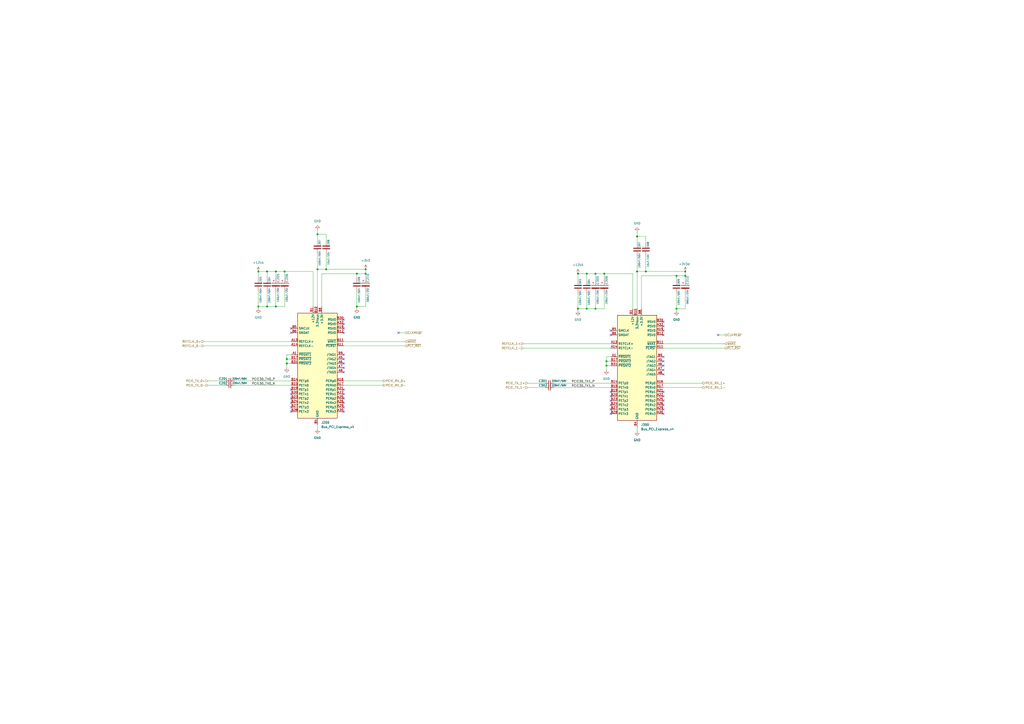
<source format=kicad_sch>
(kicad_sch (version 20231120) (generator "eeschema") (generator_version "8.0")
  (paper "A2")
  (title_block (title "nvme Carrier for LattePanda Mu") (date "2024-05-24") (rev "V1.0.6"))
  (lib_symbols
    (symbol "Bus_PCI_Express_x4_1"
      (property "Reference" "J200" (at 2.1941 -31.75 0))
      (property "Value" "Bus_PCI_Express_x4" (at 2.1941 -34.29 0))
      (symbol "Bus_PCI_Express_x4_1_0_1"
        (rectangle (start -11.43 31.75) (end 11.43 -29.21) (stroke (width 0.254)) (fill (type background)))
      )
      (symbol "Bus_PCI_Express_x4_1_1_1"
        (pin passive line (at -15.24 7.62 0) (length 3.81) (name "~{PRSNT1}") (number "A1"))
        (pin passive line (at 2.54 35.56 270) (length 3.81) hide (name "+3.3V") (number "A10"))
        (pin input line (at 15.24 12.7 180) (length 3.81) (name "~{PERST}") (number "A11"))
        (pin passive line (at 0 -33.02 90) (length 3.81) hide (name "GND") (number "A12"))
        (pin input line (at -15.24 15.24 0) (length 3.81) (name "REFCLK+") (number "A13"))
        (pin input line (at -15.24 12.7 0) (length 3.81) (name "REFCLK-") (number "A14"))
        (pin passive line (at 0 -33.02 90) (length 3.81) hide (name "GND") (number "A15"))
        (pin output line (at 15.24 -7.62 180) (length 3.81) (name "PERp0") (number "A16"))
        (pin output line (at 15.24 -10.16 180) (length 3.81) (name "PERn0") (number "A17"))
        (pin passive line (at 0 -33.02 90) (length 3.81) hide (name "GND") (number "A18"))
        (pin passive line (at 15.24 22.86 180) (length 3.81) (name "RSVD") (number "A19"))
        (pin passive line (at -2.54 35.56 270) (length 3.81) hide (name "+12V") (number "A2"))
        (pin passive line (at 0 -33.02 90) (length 3.81) hide (name "GND") (number "A20"))
        (pin output line (at 15.24 -12.7 180) (length 3.81) (name "PERp1") (number "A21"))
        (pin output line (at 15.24 -15.24 180) (length 3.81) (name "PERn1") (number "A22"))
        (pin passive line (at 0 -33.02 90) (length 3.81) hide (name "GND") (number "A23"))
        (pin passive line (at 0 -33.02 90) (length 3.81) hide (name "GND") (number "A24"))
        (pin output line (at 15.24 -17.78 180) (length 3.81) (name "PERp2") (number "A25"))
        (pin output line (at 15.24 -20.32 180) (length 3.81) (name "PERn2") (number "A26"))
        (pin passive line (at 0 -33.02 90) (length 3.81) hide (name "GND") (number "A27"))
        (pin passive line (at 0 -33.02 90) (length 3.81) hide (name "GND") (number "A28"))
        (pin output line (at 15.24 -22.86 180) (length 3.81) (name "PERp3") (number "A29"))
        (pin passive line (at -2.54 35.56 270) (length 3.81) hide (name "+12V") (number "A3"))
        (pin output line (at 15.24 -25.4 180) (length 3.81) (name "PERn3") (number "A30"))
        (pin passive line (at 0 -33.02 90) (length 3.81) hide (name "GND") (number "A31"))
        (pin passive line (at 15.24 25.4 180) (length 3.81) (name "RSVD") (number "A32"))
        (pin passive line (at 0 -33.02 90) (length 3.81) hide (name "GND") (number "A4"))
        (pin input line (at 15.24 5.08 180) (length 3.81) (name "JTAG2") (number "A5"))
        (pin input line (at 15.24 2.54 180) (length 3.81) (name "JTAG3") (number "A6"))
        (pin output line (at 15.24 0 180) (length 3.81) (name "JTAG4") (number "A7"))
        (pin input line (at 15.24 -2.54 180) (length 3.81) (name "JTAG5") (number "A8"))
        (pin passive line (at 2.54 35.56 270) (length 3.81) hide (name "+3.3V") (number "A9"))
        (pin power_in line (at -2.54 35.56 270) (length 3.81) (name "+12V") (number "B1"))
        (pin power_in line (at 0 35.56 270) (length 3.81) (name "3.3Vaux") (number "B10"))
        (pin open_collector line (at 15.24 15.24 180) (length 3.81) (name "~{WAKE}") (number "B11"))
        (pin passive line (at 15.24 20.32 180) (length 3.81) (name "RSVD") (number "B12"))
        (pin passive line (at 0 -33.02 90) (length 3.81) hide (name "GND") (number "B13"))
        (pin input line (at -15.24 -7.62 0) (length 3.81) (name "PETp0") (number "B14"))
        (pin input line (at -15.24 -10.16 0) (length 3.81) (name "PETn0") (number "B15"))
        (pin passive line (at 0 -33.02 90) (length 3.81) hide (name "GND") (number "B16"))
        (pin passive line (at -15.24 5.08 0) (length 3.81) (name "~{PRSNT2}") (number "B17"))
        (pin passive line (at 0 -33.02 90) (length 3.81) hide (name "GND") (number "B18"))
        (pin input line (at -15.24 -12.7 0) (length 3.81) (name "PETp1") (number "B19"))
        (pin passive line (at -2.54 35.56 270) (length 3.81) hide (name "+12V") (number "B2"))
        (pin input line (at -15.24 -15.24 0) (length 3.81) (name "PETn1") (number "B20"))
        (pin passive line (at 0 -33.02 90) (length 3.81) hide (name "GND") (number "B21"))
        (pin passive line (at 0 -33.02 90) (length 3.81) hide (name "GND") (number "B22"))
        (pin input line (at -15.24 -17.78 0) (length 3.81) (name "PETp2") (number "B23"))
        (pin input line (at -15.24 -20.32 0) (length 3.81) (name "PETn2") (number "B24"))
        (pin passive line (at 0 -33.02 90) (length 3.81) hide (name "GND") (number "B25"))
        (pin passive line (at 0 -33.02 90) (length 3.81) hide (name "GND") (number "B26"))
        (pin input line (at -15.24 -22.86 0) (length 3.81) (name "PETp3") (number "B27"))
        (pin input line (at -15.24 -25.4 0) (length 3.81) (name "PETn3") (number "B28"))
        (pin passive line (at 0 -33.02 90) (length 3.81) hide (name "GND") (number "B29"))
        (pin passive line (at -2.54 35.56 270) (length 3.81) hide (name "+12V") (number "B3"))
        (pin passive line (at 15.24 27.94 180) (length 3.81) (name "RSVD") (number "B30"))
        (pin passive line (at -15.24 2.54 0) (length 3.81) (name "~{PRSNT2}") (number "B31"))
        (pin passive line (at 0 -33.02 90) (length 3.81) hide (name "GND") (number "B32"))
        (pin power_in line (at 0 -33.02 90) (length 3.81) (name "GND") (number "B4"))
        (pin input line (at -15.24 22.86 0) (length 3.81) (name "SMCLK") (number "B5"))
        (pin bidirectional line (at -15.24 20.32 0) (length 3.81) (name "SMDAT") (number "B6"))
        (pin passive line (at 0 -33.02 90) (length 3.81) hide (name "GND") (number "B7"))
        (pin power_in line (at 2.54 35.56 270) (length 3.81) (name "+3.3V") (number "B8"))
        (pin input line (at 15.24 7.62 180) (length 3.81) (name "JTAG1") (number "B9"))
      )
    )
    (symbol "Connector:Bus_PCI_Express_x4"
      (property "Reference" "J" (at -8.89 33.02 0))
      (property "Value" "Bus_PCI_Express_x4" (at 12.7 33.02 0))
      (symbol "Bus_PCI_Express_x4_0_1"
        (rectangle (start -11.43 31.75) (end 11.43 -29.21) (stroke (width 0.254)) (fill (type background)))
      )
      (symbol "Bus_PCI_Express_x4_1_1"
        (pin passive line (at -15.24 7.62 0) (length 3.81) (name "~{PRSNT1}") (number "A1"))
        (pin passive line (at 2.54 35.56 270) (length 3.81) hide (name "+3.3V") (number "A10"))
        (pin input line (at 15.24 12.7 180) (length 3.81) (name "~{PERST}") (number "A11"))
        (pin passive line (at 0 -33.02 90) (length 3.81) hide (name "GND") (number "A12"))
        (pin input line (at -15.24 15.24 0) (length 3.81) (name "REFCLK+") (number "A13"))
        (pin input line (at -15.24 12.7 0) (length 3.81) (name "REFCLK-") (number "A14"))
        (pin passive line (at 0 -33.02 90) (length 3.81) hide (name "GND") (number "A15"))
        (pin output line (at 15.24 -7.62 180) (length 3.81) (name "PERp0") (number "A16"))
        (pin output line (at 15.24 -10.16 180) (length 3.81) (name "PERn0") (number "A17"))
        (pin passive line (at 0 -33.02 90) (length 3.81) hide (name "GND") (number "A18"))
        (pin passive line (at 15.24 22.86 180) (length 3.81) (name "RSVD") (number "A19"))
        (pin passive line (at -2.54 35.56 270) (length 3.81) hide (name "+12V") (number "A2"))
        (pin passive line (at 0 -33.02 90) (length 3.81) hide (name "GND") (number "A20"))
        (pin output line (at 15.24 -12.7 180) (length 3.81) (name "PERp1") (number "A21"))
        (pin output line (at 15.24 -15.24 180) (length 3.81) (name "PERn1") (number "A22"))
        (pin passive line (at 0 -33.02 90) (length 3.81) hide (name "GND") (number "A23"))
        (pin passive line (at 0 -33.02 90) (length 3.81) hide (name "GND") (number "A24"))
        (pin output line (at 15.24 -17.78 180) (length 3.81) (name "PERp2") (number "A25"))
        (pin output line (at 15.24 -20.32 180) (length 3.81) (name "PERn2") (number "A26"))
        (pin passive line (at 0 -33.02 90) (length 3.81) hide (name "GND") (number "A27"))
        (pin passive line (at 0 -33.02 90) (length 3.81) hide (name "GND") (number "A28"))
        (pin output line (at 15.24 -22.86 180) (length 3.81) (name "PERp3") (number "A29"))
        (pin passive line (at -2.54 35.56 270) (length 3.81) hide (name "+12V") (number "A3"))
        (pin output line (at 15.24 -25.4 180) (length 3.81) (name "PERn3") (number "A30"))
        (pin passive line (at 0 -33.02 90) (length 3.81) hide (name "GND") (number "A31"))
        (pin passive line (at 15.24 25.4 180) (length 3.81) (name "RSVD") (number "A32"))
        (pin passive line (at 0 -33.02 90) (length 3.81) hide (name "GND") (number "A4"))
        (pin input line (at 15.24 5.08 180) (length 3.81) (name "JTAG2") (number "A5"))
        (pin input line (at 15.24 2.54 180) (length 3.81) (name "JTAG3") (number "A6"))
        (pin output line (at 15.24 0 180) (length 3.81) (name "JTAG4") (number "A7"))
        (pin input line (at 15.24 -2.54 180) (length 3.81) (name "JTAG5") (number "A8"))
        (pin passive line (at 2.54 35.56 270) (length 3.81) hide (name "+3.3V") (number "A9"))
        (pin power_in line (at -2.54 35.56 270) (length 3.81) (name "+12V") (number "B1"))
        (pin power_in line (at 0 35.56 270) (length 3.81) (name "3.3Vaux") (number "B10"))
        (pin open_collector line (at 15.24 15.24 180) (length 3.81) (name "~{WAKE}") (number "B11"))
        (pin passive line (at 15.24 20.32 180) (length 3.81) (name "RSVD") (number "B12"))
        (pin passive line (at 0 -33.02 90) (length 3.81) hide (name "GND") (number "B13"))
        (pin input line (at -15.24 -7.62 0) (length 3.81) (name "PETp0") (number "B14"))
        (pin input line (at -15.24 -10.16 0) (length 3.81) (name "PETn0") (number "B15"))
        (pin passive line (at 0 -33.02 90) (length 3.81) hide (name "GND") (number "B16"))
        (pin passive line (at -15.24 5.08 0) (length 3.81) (name "~{PRSNT2}") (number "B17"))
        (pin passive line (at 0 -33.02 90) (length 3.81) hide (name "GND") (number "B18"))
        (pin input line (at -15.24 -12.7 0) (length 3.81) (name "PETp1") (number "B19"))
        (pin passive line (at -2.54 35.56 270) (length 3.81) hide (name "+12V") (number "B2"))
        (pin input line (at -15.24 -15.24 0) (length 3.81) (name "PETn1") (number "B20"))
        (pin passive line (at 0 -33.02 90) (length 3.81) hide (name "GND") (number "B21"))
        (pin passive line (at 0 -33.02 90) (length 3.81) hide (name "GND") (number "B22"))
        (pin input line (at -15.24 -17.78 0) (length 3.81) (name "PETp2") (number "B23"))
        (pin input line (at -15.24 -20.32 0) (length 3.81) (name "PETn2") (number "B24"))
        (pin passive line (at 0 -33.02 90) (length 3.81) hide (name "GND") (number "B25"))
        (pin passive line (at 0 -33.02 90) (length 3.81) hide (name "GND") (number "B26"))
        (pin input line (at -15.24 -22.86 0) (length 3.81) (name "PETp3") (number "B27"))
        (pin input line (at -15.24 -25.4 0) (length 3.81) (name "PETn3") (number "B28"))
        (pin passive line (at 0 -33.02 90) (length 3.81) hide (name "GND") (number "B29"))
        (pin passive line (at -2.54 35.56 270) (length 3.81) hide (name "+12V") (number "B3"))
        (pin passive line (at 15.24 27.94 180) (length 3.81) (name "RSVD") (number "B30"))
        (pin passive line (at -15.24 2.54 0) (length 3.81) (name "~{PRSNT2}") (number "B31"))
        (pin passive line (at 0 -33.02 90) (length 3.81) hide (name "GND") (number "B32"))
        (pin power_in line (at 0 -33.02 90) (length 3.81) (name "GND") (number "B4"))
        (pin input line (at -15.24 22.86 0) (length 3.81) (name "SMCLK") (number "B5"))
        (pin bidirectional line (at -15.24 20.32 0) (length 3.81) (name "SMDAT") (number "B6"))
        (pin passive line (at 0 -33.02 90) (length 3.81) hide (name "GND") (number "B7"))
        (pin power_in line (at 2.54 35.56 270) (length 3.81) (name "+3.3V") (number "B8"))
        (pin input line (at 15.24 7.62 180) (length 3.81) (name "JTAG1") (number "B9"))
      )
    )
    (symbol "Device:C" (pin_numbers hide) (pin_names (offset 0.254))
      (property "Reference" "C" (at 0.635 2.54 0))
      (property "Value" "C" (at 0.635 -2.54 0))
      (symbol "C_0_1"
        (polyline (pts (xy -2.032 -0.762) (xy 2.032 -0.762)) (stroke (width 0.508)))
        (polyline (pts (xy -2.032 0.762) (xy 2.032 0.762)) (stroke (width 0.508)))
      )
      (symbol "C_1_1"
        (pin passive line (at 0 3.81 270) (length 2.794) (name "~") (number "1"))
        (pin passive line (at 0 -3.81 90) (length 2.794) (name "~") (number "2"))
      )
    )
    (symbol "Device:C_Polarized" (pin_numbers hide) (pin_names (offset 0.254))
      (property "Reference" "C" (at 0.635 2.54 0))
      (property "Value" "C_Polarized" (at 0.635 -2.54 0))
      (symbol "C_Polarized_0_1"
        (rectangle (start -2.286 0.508) (end 2.286 1.016))
        (polyline (pts (xy -1.778 2.286) (xy -0.762 2.286)))
        (polyline (pts (xy -1.27 2.794) (xy -1.27 1.778)))
        (rectangle (start 2.286 -0.508) (end -2.286 -1.016) (fill (type outline)))
      )
      (symbol "C_Polarized_1_1"
        (pin passive line (at 0 3.81 270) (length 2.794) (name "~") (number "1"))
        (pin passive line (at 0 -3.81 90) (length 2.794) (name "~") (number "2"))
      )
    )
    (symbol "Device:C_Small" (pin_numbers hide) (pin_names (offset 0.254) hide)
      (property "Reference" "C" (at 0.254 1.778 0))
      (property "Value" "C_Small" (at 0.254 -2.032 0))
      (symbol "C_Small_0_1"
        (polyline (pts (xy -1.524 -0.508) (xy 1.524 -0.508)) (stroke (width 0.3302)))
        (polyline (pts (xy -1.524 0.508) (xy 1.524 0.508)) (stroke (width 0.3048)))
      )
      (symbol "C_Small_1_1"
        (pin passive line (at 0 2.54 270) (length 2.032) (name "~") (number "1"))
        (pin passive line (at 0 -2.54 90) (length 2.032) (name "~") (number "2"))
      )
    )
    (symbol "power:+12VA" (power) (pin_numbers hide) (pin_names (offset 0) hide)
      (property "Value" "+12VA" (at 0 3.556 0))
      (symbol "+12VA_0_1"
        (polyline (pts (xy -0.762 1.27) (xy 0 2.54)))
        (polyline (pts (xy 0 0) (xy 0 2.54)))
        (polyline (pts (xy 0 2.54) (xy 0.762 1.27)))
      )
      (symbol "+12VA_1_1"
        (pin power_in line (at 0 0 90) (length 0) (name "~") (number "1"))
      )
    )
    (symbol "power:+3V3" (power) (pin_numbers hide) (pin_names (offset 0) hide)
      (property "Value" "+3V3" (at 0 3.556 0))
      (symbol "+3V3_0_1"
        (polyline (pts (xy -0.762 1.27) (xy 0 2.54)))
        (polyline (pts (xy 0 0) (xy 0 2.54)))
        (polyline (pts (xy 0 2.54) (xy 0.762 1.27)))
      )
      (symbol "+3V3_1_1"
        (pin power_in line (at 0 0 90) (length 0) (name "~") (number "1"))
      )
    )
    (symbol "power:GND" (power) (pin_numbers hide) (pin_names (offset 0) hide)
      (property "Value" "GND" (at 0 -3.81 0))
      (symbol "GND_0_1"
        (polyline (pts (xy 0 0) (xy 0 -1.27) (xy 1.27 -1.27) (xy 0 -2.54) (xy -1.27 -1.27) (xy 0 -1.27)))
      )
      (symbol "GND_1_1"
        (pin power_in line (at 0 0 270) (length 0) (name "~") (number "1"))
      )
    )
  )
  (junction (at 166.37 210.82))
  (junction (at 350.52 158.75))
  (junction (at 149.86 177.8))
  (junction (at 207.01 177.8))
  (junction (at 392.43 179.07))
  (junction (at 166.37 208.28))
  (junction (at 212.09 158.75))
  (junction (at 374.65 157.48))
  (junction (at 212.09 156.21))
  (junction (at 397.51 157.48))
  (junction (at 351.79 209.55))
  (junction (at 345.44 158.75))
  (junction (at 340.36 179.07))
  (junction (at 189.23 156.21))
  (junction (at 369.57 157.48))
  (junction (at 335.28 179.07))
  (junction (at 165.1 157.48))
  (junction (at 369.57 137.16))
  (junction (at 160.02 177.8))
  (junction (at 184.15 156.21))
  (junction (at 340.36 158.75))
  (junction (at 392.43 160.02))
  (junction (at 207.01 158.75))
  (junction (at 160.02 157.48))
  (junction (at 154.94 177.8))
  (junction (at 351.79 212.09))
  (junction (at 154.94 157.48))
  (junction (at 335.28 158.75))
  (junction (at 149.86 157.48))
  (junction (at 345.44 179.07))
  (junction (at 397.51 160.02))
  (junction (at 184.15 135.89))
  (no_connect (at 168.91 190.5))
  (no_connect (at 199.39 205.74))
  (no_connect (at 384.81 240.03))
  (no_connect (at 354.33 194.31))
  (no_connect (at 384.81 237.49))
  (no_connect (at 354.33 229.87))
  (no_connect (at 199.39 208.28))
  (no_connect (at 384.81 227.33))
  (no_connect (at 354.33 237.49))
  (no_connect (at 199.39 233.68))
  (no_connect (at 168.91 236.22))
  (no_connect (at 199.39 210.82))
  (no_connect (at 199.39 215.9))
  (no_connect (at 384.81 234.95))
  (no_connect (at 384.81 217.17))
  (no_connect (at 384.81 189.23))
  (no_connect (at 384.81 229.87))
  (no_connect (at 354.33 232.41))
  (no_connect (at 384.81 232.41))
  (no_connect (at 354.33 234.95))
  (no_connect (at 416.56 194.31))
  (no_connect (at 384.81 209.55))
  (no_connect (at 168.91 228.6))
  (no_connect (at 384.81 186.69))
  (no_connect (at 199.39 193.04))
  (no_connect (at 354.33 191.77))
  (no_connect (at 199.39 187.96))
  (no_connect (at 199.39 228.6))
  (no_connect (at 199.39 238.76))
  (no_connect (at 231.14 193.04))
  (no_connect (at 168.91 238.76))
  (no_connect (at 199.39 226.06))
  (no_connect (at 199.39 213.36))
  (no_connect (at 168.91 231.14))
  (no_connect (at 168.91 233.68))
  (no_connect (at 384.81 207.01))
  (no_connect (at 354.33 227.33))
  (no_connect (at 199.39 231.14))
  (no_connect (at 168.91 193.04))
  (no_connect (at 199.39 236.22))
  (no_connect (at 384.81 212.09))
  (no_connect (at 199.39 185.42))
  (no_connect (at 199.39 190.5))
  (no_connect (at 354.33 240.03))
  (no_connect (at 384.81 194.31))
  (no_connect (at 384.81 191.77))
  (no_connect (at 384.81 214.63))
  (no_connect (at 168.91 226.06))
  (wire (pts (xy 160.02 157.48) (xy 160.02 161.29)))
  (wire (pts (xy 321.31 222.25) (xy 354.33 222.25)))
  (wire (pts (xy 350.52 162.56) (xy 350.52 158.75)))
  (wire (pts (xy 166.37 208.28) (xy 166.37 210.82)))
  (wire (pts (xy 367.03 179.07) (xy 367.03 158.75)))
  (wire (pts (xy 384.81 224.79) (xy 407.67 224.79)))
  (wire (pts (xy 165.1 177.8) (xy 160.02 177.8)))
  (wire (pts (xy 189.23 135.89) (xy 184.15 135.89)))
  (wire (pts (xy 369.57 157.48) (xy 374.65 157.48)))
  (wire (pts (xy 345.44 170.18) (xy 345.44 179.07)))
  (wire (pts (xy 369.57 247.65) (xy 369.57 250.19)))
  (wire (pts (xy 303.53 201.93) (xy 354.33 201.93)))
  (wire (pts (xy 392.43 170.18) (xy 392.43 179.07)))
  (wire (pts (xy 335.28 158.75) (xy 335.28 162.56)))
  (wire (pts (xy 392.43 160.02) (xy 392.43 162.56)))
  (wire (pts (xy 181.61 177.8) (xy 181.61 157.48)))
  (wire (pts (xy 154.94 157.48) (xy 160.02 157.48)))
  (wire (pts (xy 345.44 158.75) (xy 350.52 158.75)))
  (wire (pts (xy 335.28 158.75) (xy 340.36 158.75)))
  (wire (pts (xy 135.89 223.52) (xy 168.91 223.52)))
  (wire (pts (xy 184.15 156.21) (xy 189.23 156.21)))
  (wire (pts (xy 369.57 137.16) (xy 369.57 140.97)))
  (wire (pts (xy 372.11 160.02) (xy 392.43 160.02)))
  (wire (pts (xy 160.02 177.8) (xy 154.94 177.8)))
  (wire (pts (xy 184.15 147.32) (xy 184.15 156.21)))
  (wire (pts (xy 374.65 148.59) (xy 374.65 157.48)))
  (wire (pts (xy 212.09 158.75) (xy 212.09 161.29)))
  (wire (pts (xy 181.61 157.48) (xy 165.1 157.48)))
  (wire (pts (xy 184.15 246.38) (xy 184.15 248.92)))
  (wire (pts (xy 369.57 179.07) (xy 369.57 157.48)))
  (wire (pts (xy 369.57 148.59) (xy 369.57 157.48)))
  (wire (pts (xy 168.91 205.74) (xy 166.37 205.74)))
  (wire (pts (xy 340.36 170.18) (xy 340.36 179.07)))
  (wire (pts (xy 199.39 223.52) (xy 222.25 223.52)))
  (wire (pts (xy 207.01 158.75) (xy 207.01 161.29)))
  (wire (pts (xy 166.37 205.74) (xy 166.37 208.28)))
  (wire (pts (xy 340.36 158.75) (xy 345.44 158.75)))
  (wire (pts (xy 135.89 220.98) (xy 168.91 220.98)))
  (wire (pts (xy 351.79 207.01) (xy 351.79 209.55)))
  (wire (pts (xy 397.51 160.02) (xy 397.51 162.56)))
  (wire (pts (xy 372.11 160.02) (xy 372.11 179.07)))
  (wire (pts (xy 367.03 158.75) (xy 350.52 158.75)))
  (wire (pts (xy 397.51 160.02) (xy 397.51 157.48)))
  (wire (pts (xy 335.28 179.07) (xy 335.28 180.34)))
  (wire (pts (xy 199.39 200.66) (xy 234.95 200.66)))
  (wire (pts (xy 384.81 222.25) (xy 407.67 222.25)))
  (wire (pts (xy 184.15 133.35) (xy 184.15 135.89)))
  (wire (pts (xy 207.01 158.75) (xy 212.09 158.75)))
  (wire (pts (xy 212.09 158.75) (xy 212.09 156.21)))
  (wire (pts (xy 354.33 209.55) (xy 351.79 209.55)))
  (wire (pts (xy 168.91 208.28) (xy 166.37 208.28)))
  (wire (pts (xy 340.36 179.07) (xy 335.28 179.07)))
  (wire (pts (xy 186.69 158.75) (xy 207.01 158.75)))
  (wire (pts (xy 340.36 158.75) (xy 340.36 162.56)))
  (wire (pts (xy 199.39 220.98) (xy 222.25 220.98)))
  (wire (pts (xy 384.81 201.93) (xy 420.37 201.93)))
  (wire (pts (xy 306.07 224.79) (xy 316.23 224.79)))
  (wire (pts (xy 149.86 177.8) (xy 149.86 179.07)))
  (wire (pts (xy 165.1 161.29) (xy 165.1 157.48)))
  (wire (pts (xy 397.51 170.18) (xy 397.51 179.07)))
  (wire (pts (xy 351.79 209.55) (xy 351.79 212.09)))
  (wire (pts (xy 149.86 157.48) (xy 154.94 157.48)))
  (wire (pts (xy 154.94 168.91) (xy 154.94 177.8)))
  (wire (pts (xy 416.56 194.31) (xy 420.37 194.31)))
  (wire (pts (xy 350.52 170.18) (xy 350.52 179.07)))
  (wire (pts (xy 154.94 157.48) (xy 154.94 161.29)))
  (wire (pts (xy 231.14 193.04) (xy 234.95 193.04)))
  (wire (pts (xy 160.02 157.48) (xy 165.1 157.48)))
  (wire (pts (xy 165.1 168.91) (xy 165.1 177.8)))
  (wire (pts (xy 166.37 210.82) (xy 168.91 210.82)))
  (wire (pts (xy 118.11 200.66) (xy 168.91 200.66)))
  (wire (pts (xy 335.28 170.18) (xy 335.28 179.07)))
  (wire (pts (xy 189.23 147.32) (xy 189.23 156.21)))
  (wire (pts (xy 120.65 223.52) (xy 130.81 223.52)))
  (wire (pts (xy 207.01 168.91) (xy 207.01 177.8)))
  (wire (pts (xy 184.15 177.8) (xy 184.15 156.21)))
  (wire (pts (xy 374.65 140.97) (xy 374.65 137.16)))
  (wire (pts (xy 207.01 177.8) (xy 207.01 179.07)))
  (wire (pts (xy 303.53 199.39) (xy 354.33 199.39)))
  (wire (pts (xy 392.43 179.07) (xy 392.43 180.34)))
  (wire (pts (xy 345.44 158.75) (xy 345.44 162.56)))
  (wire (pts (xy 184.15 135.89) (xy 184.15 139.7)))
  (wire (pts (xy 350.52 179.07) (xy 345.44 179.07)))
  (wire (pts (xy 166.37 213.36) (xy 166.37 210.82)))
  (wire (pts (xy 160.02 168.91) (xy 160.02 177.8)))
  (wire (pts (xy 384.81 199.39) (xy 420.37 199.39)))
  (wire (pts (xy 306.07 222.25) (xy 316.23 222.25)))
  (wire (pts (xy 351.79 214.63) (xy 351.79 212.09)))
  (wire (pts (xy 118.11 198.12) (xy 168.91 198.12)))
  (wire (pts (xy 212.09 177.8) (xy 207.01 177.8)))
  (wire (pts (xy 374.65 157.48) (xy 397.51 157.48)))
  (wire (pts (xy 120.65 220.98) (xy 130.81 220.98)))
  (wire (pts (xy 149.86 168.91) (xy 149.86 177.8)))
  (wire (pts (xy 212.09 168.91) (xy 212.09 177.8)))
  (wire (pts (xy 189.23 139.7) (xy 189.23 135.89)))
  (wire (pts (xy 369.57 134.62) (xy 369.57 137.16)))
  (wire (pts (xy 351.79 212.09) (xy 354.33 212.09)))
  (wire (pts (xy 374.65 137.16) (xy 369.57 137.16)))
  (wire (pts (xy 392.43 160.02) (xy 397.51 160.02)))
  (wire (pts (xy 321.31 224.79) (xy 354.33 224.79)))
  (wire (pts (xy 199.39 198.12) (xy 234.95 198.12)))
  (wire (pts (xy 186.69 158.75) (xy 186.69 177.8)))
  (wire (pts (xy 354.33 207.01) (xy 351.79 207.01)))
  (wire (pts (xy 397.51 179.07) (xy 392.43 179.07)))
  (wire (pts (xy 189.23 156.21) (xy 212.09 156.21)))
  (wire (pts (xy 345.44 179.07) (xy 340.36 179.07)))
  (wire (pts (xy 149.86 157.48) (xy 149.86 161.29)))
  (wire (pts (xy 154.94 177.8) (xy 149.86 177.8)))
  (label "PCIE30_TX0_N" (at 146.05 223.52 0))
  (label "PCIE30_TX1_N" (at 331.47 224.79 0))
  (label "PCIE30_TX1_P" (at 331.47 222.25 0))
  (label "PCIE30_TX0_P" (at 146.05 220.98 0))
  (hierarchical_label "PCIE_RX_0-" (shape output) (at 222.25 223.52 0))
  (hierarchical_label "PCIE_TX_0+" (shape input) (at 120.65 220.98 180))
  (hierarchical_label "~{WAKE}" (shape input) (at 420.37 199.39 0))
  (hierarchical_label "~{WAKE}" (shape input) (at 234.95 198.12 0))
  (hierarchical_label "PCIE_RX_1-" (shape output) (at 407.67 224.79 0))
  (hierarchical_label "REFCLK_0-" (shape input) (at 118.11 200.66 180))
  (hierarchical_label "CLKREQF" (shape input) (at 234.95 193.04 0))
  (hierarchical_label "CLKREQF" (shape input) (at 420.37 194.31 0))
  (hierarchical_label "REFCLK_0+" (shape input) (at 118.11 198.12 180))
  (hierarchical_label "~{PLT_RST}" (shape input) (at 234.95 200.66 0))
  (hierarchical_label "PCIE_RX_0+" (shape output) (at 222.25 220.98 0))
  (hierarchical_label "PCIE_TX_1+" (shape input) (at 306.07 222.25 180))
  (hierarchical_label "PCIE_TX_1-" (shape input) (at 306.07 224.79 180))
  (hierarchical_label "PCIE_TX_0-" (shape input) (at 120.65 223.52 180))
  (hierarchical_label "REFCLK_1+" (shape input) (at 303.53 199.39 180))
  (hierarchical_label "PCIE_RX_1+" (shape output) (at 407.67 222.25 0))
  (hierarchical_label "REFCLK_1-" (shape input) (at 303.53 201.93 180))
  (hierarchical_label "~{PLT_RST}" (shape input) (at 420.37 201.93 0))
  (symbol (lib_id "Device:C_Small") (at 318.77 224.79 90) (unit 1)
    (property "Reference" "C302" (at 317.5 223.52 90) (effects (justify left)))
    (property "Value" "220nF/50V" (at 320.04 223.52 90) (effects (font (size 1 1)) (justify right)))
    (property "Footprint" "A_HDJ_Library:C_0402_1005Metric" (effects (hide yes)))
    (property "SCH_Show_Footprint" "C0402" (effects (hide yes)))
  )
  (symbol (lib_id "Device:C") (at 207.01 165.1 0) (unit 1)
    (property "Reference" "C209" (at 208.28 162.56 90) (effects (font (size 1 1))))
    (property "Value" "100nF/50V" (at 208.28 171.45 90) (effects (font (size 1 1))))
    (property "Footprint" "A_HDJ_Library:C_0402_1005Metric" (effects (hide yes)))
    (property "SCH_Show_Footprint" "C0402" (effects (hide yes)))
  )
  (symbol (lib_id "Device:C") (at 340.36 166.37 0) (unit 1)
    (property "Reference" "C304" (at 341.63 163.83 90) (effects (font (size 1 1))))
    (property "Value" "100nF/50V" (at 341.63 172.72 90) (effects (font (size 1 1))))
    (property "Footprint" "A_HDJ_Library:C_0402_1005Metric" (effects (hide yes)))
    (property "SCH_Show_Footprint" "C0402" (effects (hide yes)))
  )
  (symbol (lib_id "power:+3V3") (at 397.51 157.48 0) (unit 1)
    (property "Reference" "#PWR0156" (effects (hide yes)))
    (property "Value" "+3V3d" (at 393.7 153.162 0) (effects (justify left)))
  )
  (symbol (lib_id "Device:C_Small") (at 133.35 220.98 90) (unit 1)
    (property "Reference" "C201" (at 132.08 219.71 90) (effects (justify left)))
    (property "Value" "220nF/50V" (at 134.62 219.71 90) (effects (font (size 1 1)) (justify right)))
    (property "Footprint" "A_HDJ_Library:C_0402_1005Metric" (effects (hide yes)))
    (property "SCH_Show_Footprint" "C0402" (effects (hide yes)))
    (instances (project "nvme Carrier for LattePanda Mu" (path "" (reference "C201") (unit 1))) (project "LPM-PCIeEx" (path "" (reference "C?") (unit 1))))
  )
  (symbol (lib_id "power:GND") (at 184.15 248.92 0) (unit 1)
    (property "Reference" "#PWR017" (effects (hide yes)))
    (property "Value" "GND" (at 184.15 254 0))
    (instances (project "nvme Carrier for LattePanda Mu" (path "" (reference "#PWR017") (unit 1))) (project "LPM-PCIeEx" (path "" (reference "#PWR?") (unit 1))))
  )
  (symbol (lib_id "power:GND") (at 369.57 134.62 180) (unit 1)
    (property "Reference" "#PWR0153" (effects (hide yes)))
    (property "Value" "GND" (at 369.57 129.54 0))
  )
  (symbol (lib_id "Device:C_Polarized") (at 160.02 165.1 0) (unit 1)
    (property "Reference" "C205" (at 161.29 163.83 90) (effects (justify left)))
    (property "Value" "100uF/25V" (at 161.29 175.26 90) (effects (font (size 1 1)) (justify left)))
    (property "Footprint" "A_HDJ_Library:CP_Elec_6.3x7.7" (effects (hide yes)))
    (property "SCH_Show_Footprint" "C5x5.8" (effects (hide yes)))
  )
  (symbol (lib_id "power:GND") (at 166.37 213.36 0) (unit 1)
    (property "Reference" "#PWR015" (effects (hide yes)))
    (property "Value" "GND" (at 166.37 218.44 0))
    (instances (project "nvme Carrier for LattePanda Mu" (path "" (reference "#PWR015") (unit 1))) (project "LPM-PCIeEx" (path "" (reference "#PWR?") (unit 1))))
  )
  (symbol (lib_id "Device:C") (at 149.86 165.1 0) (unit 1)
    (property "Reference" "C203" (at 151.13 162.56 90) (effects (font (size 1 1))))
    (property "Value" "100nF/50V" (at 151.13 171.45 90) (effects (font (size 1 1))))
    (property "Footprint" "A_HDJ_Library:C_0402_1005Metric" (effects (hide yes)))
    (property "SCH_Show_Footprint" "C0402" (effects (hide yes)))
  )
  (symbol (lib_id "Device:C") (at 374.65 144.78 0) (unit 1)
    (property "Reference" "C308" (at 375.92 142.24 90) (effects (font (size 1 1))))
    (property "Value" "10uF/10V" (at 375.92 151.13 90) (effects (font (size 1 1))))
    (property "Footprint" "A_HDJ_Library:C_0402_1005Metric" (effects (hide yes)))
    (property "SCH_Show_Footprint" "C0402" (effects (hide yes)))
  )
  (symbol (lib_id "power:+12VA") (at 335.28 158.75 0) (unit 1)
    (property "Reference" "#PWR0150" (effects (hide yes)))
    (property "Value" "+12VA" (at 335.28 153.67 0))
  )
  (symbol (lib_id "Device:C_Polarized") (at 212.09 165.1 0) (unit 1)
    (property "Reference" "C210" (at 213.36 163.83 90) (effects (justify left)))
    (property "Value" "560uF/25V" (at 213.36 175.26 90) (effects (font (size 1 1)) (justify left)))
    (property "Footprint" "A_HDJ_Library:CP_Elec_6.3x7.7" (effects (hide yes)))
    (property "SCH_Show_Footprint" "C5x5.8" (effects (hide yes)))
  )
  (symbol (lib_id "Device:C_Polarized") (at 345.44 166.37 0) (unit 1)
    (property "Reference" "C305" (at 346.71 165.1 90) (effects (justify left)))
    (property "Value" "100uF/25V" (at 346.71 176.53 90) (effects (font (size 1 1)) (justify left)))
    (property "Footprint" "A_HDJ_Library:CP_Elec_6.3x7.7" (effects (hide yes)))
    (property "SCH_Show_Footprint" "C5x5.8" (effects (hide yes)))
  )
  (symbol (lib_id "Device:C") (at 189.23 143.51 0) (unit 1)
    (property "Reference" "C208" (at 190.5 140.97 90) (effects (font (size 1 1))))
    (property "Value" "10uF/10V" (at 190.5 149.86 90) (effects (font (size 1 1))))
    (property "Footprint" "A_HDJ_Library:C_0402_1005Metric" (effects (hide yes)))
    (property "SCH_Show_Footprint" "C0402" (effects (hide yes)))
  )
  (symbol (lib_id "power:GND") (at 207.01 179.07 0) (unit 1)
    (property "Reference" "#PWR018" (effects (hide yes)))
    (property "Value" "GND" (at 207.01 184.15 0))
  )
  (symbol (lib_id "Device:C") (at 392.43 166.37 0) (unit 1)
    (property "Reference" "C309" (at 393.7 163.83 90) (effects (font (size 1 1))))
    (property "Value" "100nF/50V" (at 393.7 172.72 90) (effects (font (size 1 1))))
    (property "Footprint" "A_HDJ_Library:C_0402_1005Metric" (effects (hide yes)))
    (property "SCH_Show_Footprint" "C0402" (effects (hide yes)))
  )
  (symbol (lib_id "power:GND") (at 392.43 180.34 0) (unit 1)
    (property "Reference" "#PWR0155" (effects (hide yes)))
    (property "Value" "GND" (at 392.43 185.42 0))
  )
  (symbol (lib_id "Device:C") (at 369.57 144.78 0) (unit 1)
    (property "Reference" "C307" (at 370.84 142.24 90) (effects (font (size 1 1))))
    (property "Value" "100nF/50V" (at 370.84 151.13 90) (effects (font (size 1 1))))
    (property "Footprint" "A_HDJ_Library:C_0402_1005Metric" (effects (hide yes)))
    (property "SCH_Show_Footprint" "C0402" (effects (hide yes)))
  )
  (symbol (lib_id "Connector:Bus_PCI_Express_x4") (at 369.57 214.63 0) (unit 1)
    (property "Reference" "J300" (at 371.7641 246.38 0) (effects (justify left)))
    (property "Value" "Bus_PCI_Express_x4" (at 371.7641 248.92 0) (effects (justify left)))
    (property "Footprint" "A_HDJ_Library:PCIe_x4_Gen3Slot_Connectors" (effects (hide yes)))
    (property "Datasheet" "http://www.ritrontek.com/uploadfile/2016/1026/20161026105231124.pdf#page=63" (effects (hide yes)))
  )
  (symbol (lib_id "power:GND") (at 149.86 179.07 0) (unit 1)
    (property "Reference" "#PWR014" (effects (hide yes)))
    (property "Value" "GND" (at 149.86 184.15 0))
  )
  (symbol (lib_id "Device:C_Small") (at 318.77 222.25 90) (unit 1)
    (property "Reference" "C301" (at 317.5 220.98 90) (effects (justify left)))
    (property "Value" "220nF/50V" (at 320.04 220.98 90) (effects (font (size 1 1)) (justify right)))
    (property "Footprint" "A_HDJ_Library:C_0402_1005Metric" (effects (hide yes)))
    (property "SCH_Show_Footprint" "C0402" (effects (hide yes)))
  )
  (symbol (lib_name "Bus_PCI_Express_x4_1") (lib_id "Connector:Bus_PCI_Express_x4") (at 184.15 213.36 0) (unit 1)
    (property "Reference" "J200" (at 186.3441 245.11 0) (effects (justify left)))
    (property "Value" "Bus_PCI_Express_x4" (at 186.3441 247.65 0) (effects (justify left)))
    (property "Footprint" "A_HDJ_Library:PCIe_x4_Gen3Slot_Connectors" (effects (hide yes)))
    (property "Datasheet" "http://www.ritrontek.com/uploadfile/2016/1026/20161026105231124.pdf#page=63" (effects (hide yes)))
    (instances (project "nvme Carrier for LattePanda Mu" (path "" (reference "J200") (unit 1))) (project "LPM-PCIeEx" (path "" (reference "J?") (unit 1))))
  )
  (symbol (lib_id "power:+12VA") (at 149.86 157.48 0) (unit 1)
    (property "Reference" "#PWR013" (effects (hide yes)))
    (property "Value" "+12VA" (at 149.86 152.4 0))
  )
  (symbol (lib_id "Device:C_Polarized") (at 165.1 165.1 0) (unit 1)
    (property "Reference" "C206" (at 166.37 163.83 90) (effects (justify left)))
    (property "Value" "100uF/25V" (at 166.37 175.26 90) (effects (font (size 1 1)) (justify left)))
    (property "Footprint" "A_HDJ_Library:CP_Elec_6.3x7.7" (effects (hide yes)))
    (property "SCH_Show_Footprint" "C5x5.8" (effects (hide yes)))
  )
  (symbol (lib_id "Device:C") (at 184.15 143.51 0) (unit 1)
    (property "Reference" "C207" (at 185.42 140.97 90) (effects (font (size 1 1))))
    (property "Value" "100nF/50V" (at 185.42 149.86 90) (effects (font (size 1 1))))
    (property "Footprint" "A_HDJ_Library:C_0402_1005Metric" (effects (hide yes)))
    (property "SCH_Show_Footprint" "C0402" (effects (hide yes)))
  )
  (symbol (lib_id "Device:C_Polarized") (at 397.51 166.37 0) (unit 1)
    (property "Reference" "C310" (at 398.78 165.1 90) (effects (justify left)))
    (property "Value" "560uF/25V" (at 398.78 176.53 90) (effects (font (size 1 1)) (justify left)))
    (property "Footprint" "A_HDJ_Library:CP_Elec_6.3x7.7" (effects (hide yes)))
    (property "SCH_Show_Footprint" "C5x5.8" (effects (hide yes)))
  )
  (symbol (lib_id "power:GND") (at 184.15 133.35 180) (unit 1)
    (property "Reference" "#PWR016" (effects (hide yes)))
    (property "Value" "GND" (at 184.15 128.27 0))
  )
  (symbol (lib_id "Device:C_Small") (at 133.35 223.52 90) (unit 1)
    (property "Reference" "C202" (at 132.08 222.25 90) (effects (justify left)))
    (property "Value" "220nF/50V" (at 134.62 222.25 90) (effects (font (size 1 1)) (justify right)))
    (property "Footprint" "A_HDJ_Library:C_0402_1005Metric" (effects (hide yes)))
    (property "SCH_Show_Footprint" "C0402" (effects (hide yes)))
    (instances (project "nvme Carrier for LattePanda Mu" (path "" (reference "C202") (unit 1))) (project "LPM-PCIeEx" (path "" (reference "C?") (unit 1))))
  )
  (symbol (lib_id "Device:C_Polarized") (at 350.52 166.37 0) (unit 1)
    (property "Reference" "C306" (at 351.79 165.1 90) (effects (justify left)))
    (property "Value" "100uF/25V" (at 351.79 176.53 90) (effects (font (size 1 1)) (justify left)))
    (property "Footprint" "A_HDJ_Library:CP_Elec_6.3x7.7" (effects (hide yes)))
    (property "SCH_Show_Footprint" "C5x5.8" (effects (hide yes)))
  )
  (symbol (lib_id "power:GND") (at 369.57 250.19 0) (unit 1)
    (property "Reference" "#PWR0154" (effects (hide yes)))
    (property "Value" "GND" (at 369.57 255.27 0))
  )
  (symbol (lib_id "power:+3V3") (at 212.09 156.21 0) (unit 1)
    (property "Reference" "#PWR019" (effects (hide yes)))
    (property "Value" "+3V3" (at 212.09 151.13 0))
  )
  (symbol (lib_id "Device:C") (at 335.28 166.37 0) (unit 1)
    (property "Reference" "C303" (at 336.55 163.83 90) (effects (font (size 1 1))))
    (property "Value" "100nF/50V" (at 336.55 172.72 90) (effects (font (size 1 1))))
    (property "Footprint" "A_HDJ_Library:C_0402_1005Metric" (effects (hide yes)))
    (property "SCH_Show_Footprint" "C0402" (effects (hide yes)))
  )
  (symbol (lib_id "power:GND") (at 351.79 214.63 0) (unit 1)
    (property "Reference" "#PWR0152" (effects (hide yes)))
    (property "Value" "GND" (at 351.79 219.71 0))
  )
  (symbol (lib_id "power:GND") (at 335.28 180.34 0) (unit 1)
    (property "Reference" "#PWR0151" (effects (hide yes)))
    (property "Value" "GND" (at 335.28 185.42 0))
  )
  (symbol (lib_id "Device:C") (at 154.94 165.1 0) (unit 1)
    (property "Reference" "C204" (at 156.21 162.56 90) (effects (font (size 1 1))))
    (property "Value" "100nF/50V" (at 156.21 171.45 90) (effects (font (size 1 1))))
    (property "Footprint" "A_HDJ_Library:C_0402_1005Metric" (effects (hide yes)))
    (property "SCH_Show_Footprint" "C0402" (effects (hide yes)))
  )
)
</source>
